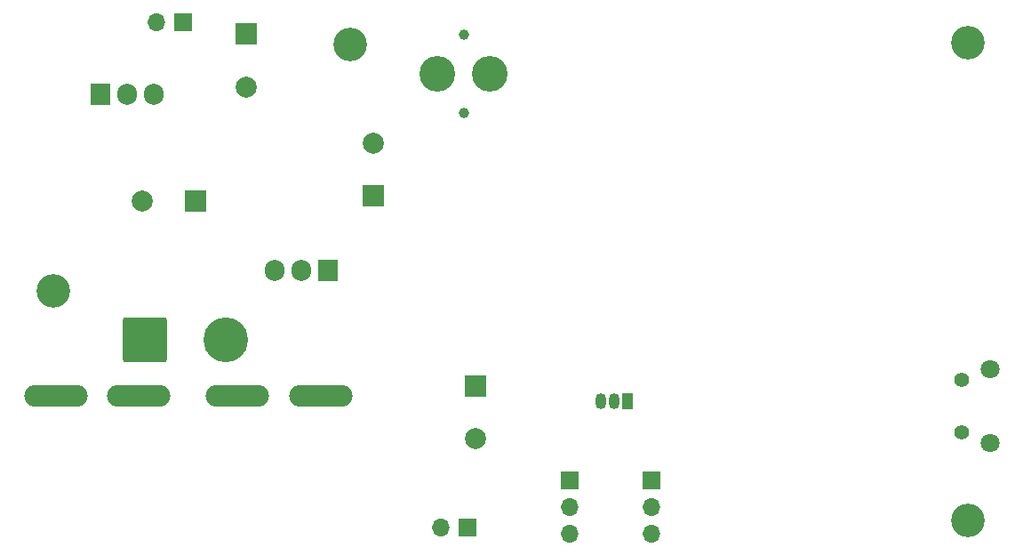
<source format=gbs>
%TF.GenerationSoftware,KiCad,Pcbnew,6.0.5-a6ca702e91~116~ubuntu20.04.1*%
%TF.CreationDate,2022-06-27T23:16:15-06:00*%
%TF.ProjectId,trailer-power-controller,74726169-6c65-4722-9d70-6f7765722d63,rev?*%
%TF.SameCoordinates,Original*%
%TF.FileFunction,Soldermask,Bot*%
%TF.FilePolarity,Negative*%
%FSLAX46Y46*%
G04 Gerber Fmt 4.6, Leading zero omitted, Abs format (unit mm)*
G04 Created by KiCad (PCBNEW 6.0.5-a6ca702e91~116~ubuntu20.04.1) date 2022-06-27 23:16:15*
%MOMM*%
%LPD*%
G01*
G04 APERTURE LIST*
G04 Aperture macros list*
%AMRoundRect*
0 Rectangle with rounded corners*
0 $1 Rounding radius*
0 $2 $3 $4 $5 $6 $7 $8 $9 X,Y pos of 4 corners*
0 Add a 4 corners polygon primitive as box body*
4,1,4,$2,$3,$4,$5,$6,$7,$8,$9,$2,$3,0*
0 Add four circle primitives for the rounded corners*
1,1,$1+$1,$2,$3*
1,1,$1+$1,$4,$5*
1,1,$1+$1,$6,$7*
1,1,$1+$1,$8,$9*
0 Add four rect primitives between the rounded corners*
20,1,$1+$1,$2,$3,$4,$5,0*
20,1,$1+$1,$4,$5,$6,$7,0*
20,1,$1+$1,$6,$7,$8,$9,0*
20,1,$1+$1,$8,$9,$2,$3,0*%
G04 Aperture macros list end*
%ADD10C,1.000000*%
%ADD11C,3.400000*%
%ADD12O,1.700000X1.700000*%
%ADD13R,1.700000X1.700000*%
%ADD14O,1.050000X1.500000*%
%ADD15R,1.050000X1.500000*%
%ADD16O,1.905000X2.000000*%
%ADD17R,1.905000X2.000000*%
%ADD18R,2.000000X2.000000*%
%ADD19C,2.000000*%
%ADD20O,6.030000X2.070000*%
%ADD21RoundRect,0.265625X-1.859375X-1.859375X1.859375X-1.859375X1.859375X1.859375X-1.859375X1.859375X0*%
%ADD22C,4.250000*%
%ADD23C,3.200000*%
%ADD24C,1.408000*%
%ADD25C,1.800000*%
G04 APERTURE END LIST*
D10*
%TO.C,BZ1*%
X88500000Y-60550000D03*
X88500000Y-68050000D03*
D11*
X91000000Y-64300000D03*
X86000000Y-64300000D03*
%TD*%
D12*
%TO.C,J9*%
X59235000Y-59400000D03*
D13*
X61775000Y-59400000D03*
%TD*%
D14*
%TO.C,U4*%
X101530000Y-95440000D03*
X102800000Y-95440000D03*
D15*
X104070000Y-95440000D03*
%TD*%
D16*
%TO.C,U3*%
X58980000Y-66250000D03*
X56440000Y-66250000D03*
D17*
X53900000Y-66250000D03*
%TD*%
D18*
%TO.C,C18*%
X79900000Y-75900000D03*
D19*
X79900000Y-70900000D03*
%TD*%
D20*
%TO.C,J1*%
X57550000Y-94925000D03*
X49650000Y-94925000D03*
%TD*%
%TO.C,J7*%
X74850000Y-94925000D03*
X66950000Y-94925000D03*
%TD*%
D12*
%TO.C,J5*%
X98590000Y-108055000D03*
X98590000Y-105515000D03*
D13*
X98590000Y-102975000D03*
%TD*%
D19*
%TO.C,C10*%
X67800000Y-65532323D03*
D18*
X67800000Y-60532323D03*
%TD*%
D13*
%TO.C,J6*%
X88870000Y-107500000D03*
D12*
X86330000Y-107500000D03*
%TD*%
%TO.C,J4*%
X106400000Y-108080000D03*
X106400000Y-105540000D03*
D13*
X106400000Y-103000000D03*
%TD*%
D21*
%TO.C,J3*%
X58150000Y-89600000D03*
D22*
X65850000Y-89600000D03*
%TD*%
D23*
%TO.C,H3*%
X136500000Y-61300000D03*
%TD*%
D18*
%TO.C,C21*%
X89600000Y-94032323D03*
D19*
X89600000Y-99032323D03*
%TD*%
D17*
%TO.C,Q5*%
X75540000Y-82987323D03*
D16*
X73000000Y-82987323D03*
X70460000Y-82987323D03*
%TD*%
D24*
%TO.C,J2*%
X135900000Y-98400000D03*
X135900000Y-93400000D03*
D25*
X138600000Y-99400000D03*
X138600000Y-92400000D03*
%TD*%
D23*
%TO.C,H4*%
X77700000Y-61500000D03*
%TD*%
D18*
%TO.C,C4*%
X62900000Y-76400000D03*
D19*
X57900000Y-76400000D03*
%TD*%
D23*
%TO.C,H1*%
X49400000Y-85000000D03*
%TD*%
%TO.C,H2*%
X136500000Y-106800000D03*
%TD*%
M02*

</source>
